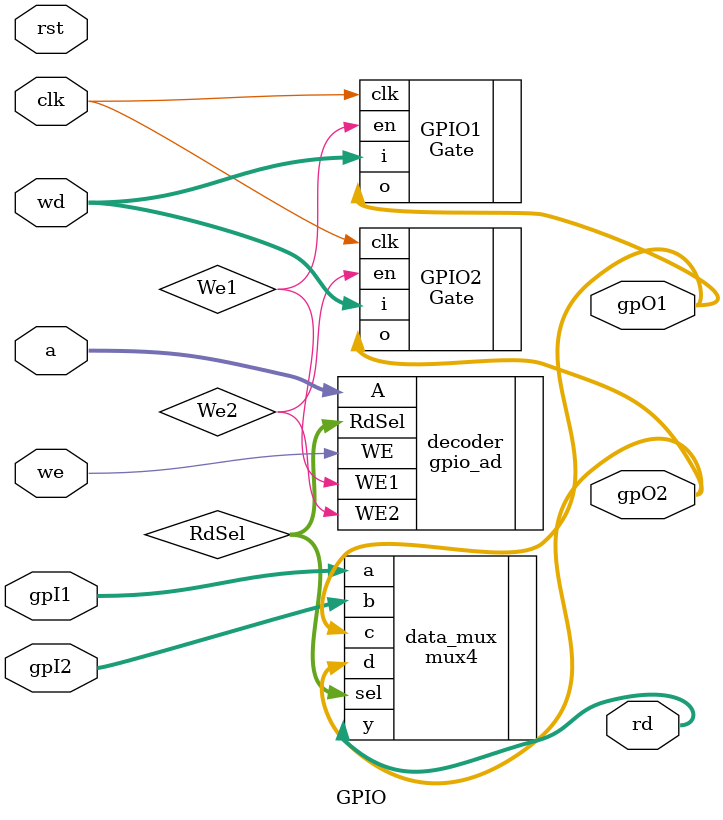
<source format=v>
module GPIO (
    input clk, rst, we,
    input [1:0] a,
    input [31:0] wd, gpI1, gpI2,
    output [31:0] gpO1, gpO2, rd
);

    wire        We2;
    wire        We1;
    wire [1:0]  RdSel;
    
    gpio_ad decoder(
        .A      (a),
        .WE     (we),
        .WE1    (We1),
        .WE2    (We2),
        .RdSel  (RdSel)
    );

    Gate #(32) GPIO1(
        .clk    (clk),
        .en     (We1),
        .i      (wd),
        .o      (gpO1)
    );
    
    Gate #(32) GPIO2(
        .clk    (clk),
        .en     (We2),
        .i      (wd),
        .o      (gpO2)
    );

mux4 #(32) data_mux(
        .sel    (RdSel),
        .a      (gpI1), 
        .b      (gpI2), 
        .c      (gpO1), 
        .d      (gpO2),
        .y      (rd)
    );

endmodule
</source>
